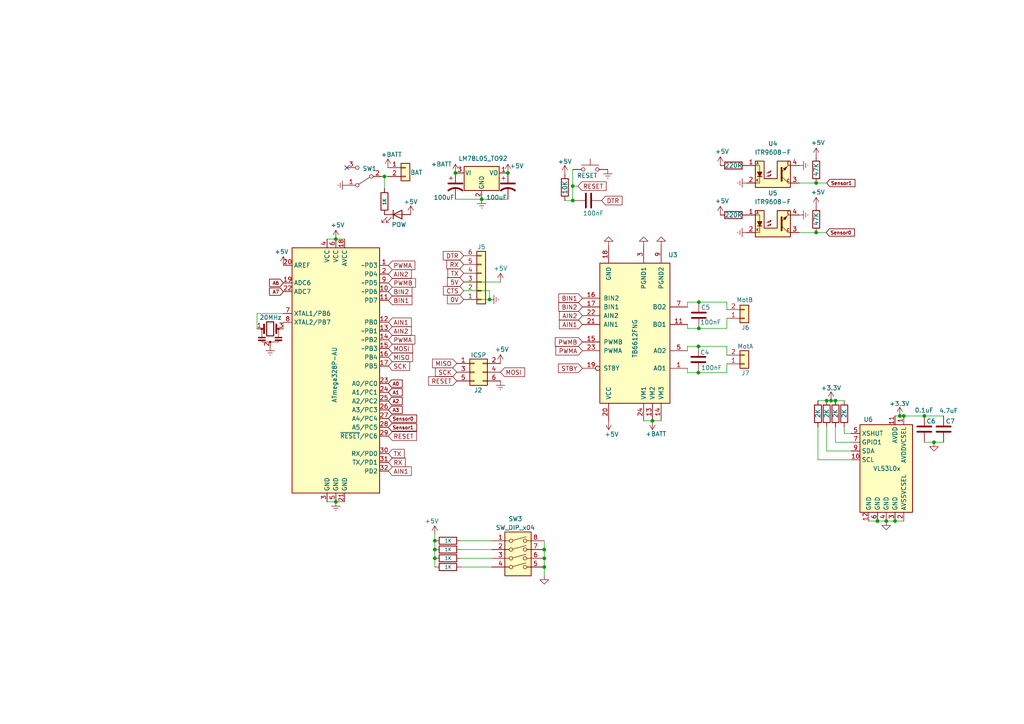
<source format=kicad_sch>
(kicad_sch (version 20230121) (generator eeschema)
  (paper "A4")
  (lib_symbols
    (symbol "ATmega328P-A_1"
      (property "Value" "ATmega328P-AU " (at -0.381 -9.398 90))
      (symbol "ATmega328P-A_1_0_1"
        (rectangle (start -12.7 -35.56) (end 12.7 35.56) (stroke (width 0.254)) (fill (type background)))
      )
      (symbol "ATmega328P-A_1_1_1"
        (pin bidirectional line (at 15.24 30.48 180) (length 2.54) (name "~PD3") (number "1"))
        (pin bidirectional line (at 15.24 22.86 180) (length 2.54) (name "~PD6") (number "10"))
        (pin bidirectional line (at 15.24 20.32 180) (length 2.54) (name "PD7") (number "11"))
        (pin bidirectional line (at 15.24 13.97 180) (length 2.54) (name "PB0") (number "12"))
        (pin bidirectional line (at 15.24 11.43 180) (length 2.54) (name "~PB1") (number "13"))
        (pin bidirectional line (at 15.24 8.89 180) (length 2.54) (name "~PB2") (number "14"))
        (pin bidirectional line (at 15.24 6.35 180) (length 2.54) (name "~PB3") (number "15"))
        (pin bidirectional line (at 15.24 3.81 180) (length 2.54) (name "PB4") (number "16"))
        (pin bidirectional line (at 15.24 1.27 180) (length 2.54) (name "PB5") (number "17"))
        (pin power_in line (at 2.54 38.1 270) (length 2.54) (name "AVCC") (number "18"))
        (pin input line (at -15.24 25.4 0) (length 2.54) (name "ADC6") (number "19"))
        (pin bidirectional line (at 15.24 27.94 180) (length 2.54) (name "PD4") (number "2"))
        (pin passive line (at -15.24 30.48 0) (length 2.54) (name "AREF") (number "20"))
        (pin passive line (at 2.54 -38.1 90) (length 2.54) (name "GND") (number "21"))
        (pin input line (at -15.24 22.86 0) (length 2.54) (name "ADC7") (number "22"))
        (pin bidirectional line (at 15.24 -3.81 180) (length 2.54) (name "A0/PC0") (number "23"))
        (pin bidirectional line (at 15.24 -6.35 180) (length 2.54) (name "A1/PC1") (number "24"))
        (pin bidirectional line (at 15.24 -8.89 180) (length 2.54) (name "A2/PC2") (number "25"))
        (pin bidirectional line (at 15.24 -11.43 180) (length 2.54) (name "A3/PC3") (number "26"))
        (pin bidirectional line (at 15.24 -13.97 180) (length 2.54) (name "A4/PC4") (number "27"))
        (pin bidirectional line (at 15.24 -16.51 180) (length 2.54) (name "A5/PC5") (number "28"))
        (pin bidirectional line (at 15.24 -19.05 180) (length 2.54) (name "~{RESET}/PC6") (number "29"))
        (pin power_in line (at -2.54 -38.1 90) (length 2.54) (name "GND") (number "3"))
        (pin bidirectional line (at 15.24 -24.13 180) (length 2.54) (name "RX/PD0") (number "30"))
        (pin bidirectional line (at 15.24 -26.67 180) (length 2.54) (name "TX/PD1") (number "31"))
        (pin bidirectional line (at 15.24 -29.21 180) (length 2.54) (name "PD2") (number "32"))
        (pin power_in line (at -2.54 38.1 270) (length 2.54) (name "VCC") (number "4"))
        (pin passive line (at 0 -38.1 90) (length 2.54) (name "GND") (number "5"))
        (pin passive line (at 0 38.1 270) (length 2.54) (name "VCC") (number "6"))
        (pin bidirectional line (at -15.24 16.51 0) (length 2.54) (name "XTAL1/PB6") (number "7"))
        (pin bidirectional line (at -15.24 13.97 0) (length 2.54) (name "XTAL2/PB7") (number "8"))
        (pin bidirectional line (at 15.24 25.4 180) (length 2.54) (name "~PD5") (number "9"))
      )
    )
    (symbol "Connector_Generic:Conn_01x02" (pin_names (offset 1.016) hide)
      (property "Reference" "J" (at 0 2.54 0))
      (property "Value" "Conn_01x02" (at 0 -5.08 0))
      (symbol "Conn_01x02_1_1"
        (rectangle (start -1.27 -2.413) (end 0 -2.667) (stroke (width 0.1524)))
        (rectangle (start -1.27 0.127) (end 0 -0.127) (stroke (width 0.1524)))
        (rectangle (start -1.27 1.27) (end 1.27 -3.81) (stroke (width 0.254)) (fill (type background)))
        (pin passive line (at -5.08 0 0) (length 3.81) (name "Pin_1") (number "1"))
        (pin passive line (at -5.08 -2.54 0) (length 3.81) (name "Pin_2") (number "2"))
      )
    )
    (symbol "Connector_Generic:Conn_02x03_Odd_Even" (pin_names (offset 1.016) hide)
      (property "Reference" "J" (at 1.27 5.08 0))
      (property "Value" "Conn_02x03_Odd_Even" (at 1.27 -5.08 0))
      (symbol "Conn_02x03_Odd_Even_1_1"
        (rectangle (start -1.27 -2.413) (end 0 -2.667) (stroke (width 0.1524)))
        (rectangle (start -1.27 0.127) (end 0 -0.127) (stroke (width 0.1524)))
        (rectangle (start -1.27 2.667) (end 0 2.413) (stroke (width 0.1524)))
        (rectangle (start -1.27 3.81) (end 3.81 -3.81) (stroke (width 0.254)) (fill (type background)))
        (rectangle (start 3.81 -2.413) (end 2.54 -2.667) (stroke (width 0.1524)))
        (rectangle (start 3.81 0.127) (end 2.54 -0.127) (stroke (width 0.1524)))
        (rectangle (start 3.81 2.667) (end 2.54 2.413) (stroke (width 0.1524)))
        (pin passive line (at -5.08 2.54 0) (length 3.81) (name "Pin_1") (number "1"))
        (pin passive line (at 7.62 2.54 180) (length 3.81) (name "Pin_2") (number "2"))
        (pin passive line (at -5.08 0 0) (length 3.81) (name "Pin_3") (number "3"))
        (pin passive line (at 7.62 0 180) (length 3.81) (name "Pin_4") (number "4"))
        (pin passive line (at -5.08 -2.54 0) (length 3.81) (name "Pin_5") (number "5"))
        (pin passive line (at 7.62 -2.54 180) (length 3.81) (name "Pin_6") (number "6"))
      )
    )
    (symbol "Connector_Generic_MountingPin:Conn_01x06_MountingPin" (pin_names (offset 1.016) hide)
      (symbol "Conn_01x06_MountingPin_1_1"
        (rectangle (start -1.27 -7.493) (end 0 -7.747) (stroke (width 0.1524)))
        (rectangle (start -1.27 -4.953) (end 0 -5.207) (stroke (width 0.1524)))
        (rectangle (start -1.27 -2.413) (end 0 -2.667) (stroke (width 0.1524)))
        (rectangle (start -1.27 0.127) (end 0 -0.127) (stroke (width 0.1524)))
        (rectangle (start -1.27 2.667) (end 0 2.413) (stroke (width 0.1524)))
        (rectangle (start -1.27 5.207) (end 0 4.953) (stroke (width 0.1524)))
        (rectangle (start -1.27 6.35) (end 1.27 -8.89) (stroke (width 0.254)) (fill (type background)))
        (pin passive line (at -5.08 5.08 0) (length 3.81) (name "Pin_1") (number "1"))
        (pin passive line (at -5.08 2.54 0) (length 3.81) (name "Pin_2") (number "2"))
        (pin passive line (at -5.08 0 0) (length 3.81) (name "Pin_3") (number "3"))
        (pin passive line (at -5.08 -2.54 0) (length 3.81) (name "Pin_4") (number "4"))
        (pin passive line (at -5.08 -5.08 0) (length 3.81) (name "Pin_5") (number "5"))
        (pin passive line (at -5.08 -7.62 0) (length 3.81) (name "Pin_6") (number "6"))
      )
    )
    (symbol "Device:C" (pin_numbers hide) (pin_names (offset 0.254))
      (property "Reference" "C" (at 0.635 2.54 0))
      (property "Value" "C" (at 0.635 -2.54 0))
      (symbol "C_0_1"
        (polyline (pts (xy -2.032 -0.762) (xy 2.032 -0.762)) (stroke (width 0.508)))
        (polyline (pts (xy -2.032 0.762) (xy 2.032 0.762)) (stroke (width 0.508)))
      )
      (symbol "C_1_1"
        (pin passive line (at 0 3.81 270) (length 2.794) (name "~") (number "1"))
        (pin passive line (at 0 -3.81 90) (length 2.794) (name "~") (number "2"))
      )
    )
    (symbol "Device:C_Polarized_US" (pin_numbers hide) (pin_names (offset 0.254) hide)
      (property "Reference" "C" (at 0.635 2.54 0))
      (property "Value" "C_Polarized_US" (at 0.635 -2.54 0))
      (symbol "C_Polarized_US_0_1"
        (polyline (pts (xy -2.032 0.762) (xy 2.032 0.762)) (stroke (width 0.508)))
        (polyline (pts (xy -1.778 2.286) (xy -0.762 2.286)))
        (polyline (pts (xy -1.27 1.778) (xy -1.27 2.794)))
        (arc (start 2.032 -1.27) (mid 0 -0.5572) (end -2.032 -1.27) (stroke (width 0.508)))
      )
      (symbol "C_Polarized_US_1_1"
        (pin passive line (at 0 3.81 270) (length 2.794) (name "~") (number "1"))
        (pin passive line (at 0 -3.81 90) (length 3.302) (name "~") (number "2"))
      )
    )
    (symbol "Device:LED" (pin_numbers hide) (pin_names (offset 1.016) hide)
      (property "Reference" "D" (at 0 2.54 0))
      (property "Value" "LED" (at 0 -2.54 0))
      (symbol "LED_0_1"
        (polyline (pts (xy -1.27 -1.27) (xy -1.27 1.27)) (stroke (width 0.254)))
        (polyline (pts (xy -1.27 0) (xy 1.27 0)))
        (polyline (pts (xy 1.27 -1.27) (xy 1.27 1.27) (xy -1.27 0) (xy 1.27 -1.27)) (stroke (width 0.254)))
        (polyline (pts (xy -3.048 -0.762) (xy -4.572 -2.286) (xy -3.81 -2.286) (xy -4.572 -2.286) (xy -4.572 -1.524)))
        (polyline (pts (xy -1.778 -0.762) (xy -3.302 -2.286) (xy -2.54 -2.286) (xy -3.302 -2.286) (xy -3.302 -1.524)))
      )
      (symbol "LED_1_1"
        (pin passive line (at -3.81 0 0) (length 2.54) (name "K") (number "1"))
        (pin passive line (at 3.81 0 180) (length 2.54) (name "A") (number "2"))
      )
    )
    (symbol "Device:R" (pin_numbers hide) (pin_names (offset 0))
      (property "Reference" "R" (at 2.032 0 90))
      (property "Value" "R" (at 0 0 90))
      (symbol "R_0_1"
        (rectangle (start -1.016 -2.54) (end 1.016 2.54) (stroke (width 0.254)))
      )
      (symbol "R_1_1"
        (pin passive line (at 0 3.81 270) (length 1.27) (name "~") (number "1"))
        (pin passive line (at 0 -3.81 90) (length 1.27) (name "~") (number "2"))
      )
    )
    (symbol "Device:Resonator" (pin_names (offset 1.016) hide)
      (property "Reference" "Y" (at 0 5.715 0))
      (property "Value" "Resonator" (at 0 3.81 0))
      (symbol "Resonator_0_1"
        (rectangle (start -3.429 -3.175) (end -1.397 -3.429) (fill (type outline)))
        (rectangle (start -3.429 -2.413) (end -1.397 -2.667) (fill (type outline)))
        (circle (center -2.413 0) (radius 0.254) (fill (type outline)))
        (rectangle (start -1.016 2.032) (end 1.016 -2.032) (stroke (width 0.3048)))
        (circle (center 0 -3.81) (radius 0.254) (fill (type outline)))
        (polyline (pts (xy -2.413 -2.413) (xy -2.413 0)))
        (polyline (pts (xy -1.905 0) (xy -3.175 0)))
        (polyline (pts (xy -1.778 -1.27) (xy -1.778 1.27)) (stroke (width 0.508)))
        (polyline (pts (xy 1.778 -1.27) (xy 1.778 1.27)) (stroke (width 0.508)))
        (polyline (pts (xy 1.905 0) (xy 2.54 0)))
        (polyline (pts (xy 2.413 0) (xy 2.413 -2.54)))
        (polyline (pts (xy 2.413 -3.302) (xy 2.413 -3.81) (xy -2.413 -3.81) (xy -2.413 -3.302)))
        (rectangle (start 1.397 -3.175) (end 3.429 -3.429) (fill (type outline)))
        (rectangle (start 1.397 -2.413) (end 3.429 -2.667) (fill (type outline)))
        (circle (center 2.413 0) (radius 0.254) (fill (type outline)))
      )
      (symbol "Resonator_1_1"
        (pin passive line (at -3.81 0 0) (length 1.27) (name "1") (number "1"))
        (pin passive line (at 0 -5.08 90) (length 1.27) (name "2") (number "2"))
        (pin passive line (at 3.81 0 180) (length 1.27) (name "3") (number "3"))
      )
    )
    (symbol "Driver_Motor:TB6612FNG" (pin_names (offset 1.016))
      (property "Reference" "U" (at 11.43 17.78 0))
      (property "Value" "TB6612FNG" (at 11.43 15.24 0))
      (symbol "TB6612FNG_0_1"
        (rectangle (start -10.16 20.32) (end 10.16 -20.32) (stroke (width 0.254)) (fill (type background)))
      )
      (symbol "TB6612FNG_1_1"
        (pin output line (at 15.24 10.16 180) (length 5.08) (name "AO1") (number "1"))
        (pin passive line (at 7.62 -25.4 90) (length 5.08) hide (name "PGND2") (number "10"))
        (pin output line (at 15.24 -2.54 180) (length 5.08) (name "BO1") (number "11"))
        (pin passive line (at 15.24 -2.54 180) (length 5.08) hide (name "BO1") (number "12"))
        (pin power_in line (at 5.08 25.4 270) (length 5.08) (name "VM2") (number "13"))
        (pin power_in line (at 7.62 25.4 270) (length 5.08) (name "VM3") (number "14"))
        (pin input line (at -15.24 2.54 0) (length 5.08) (name "PWMB") (number "15"))
        (pin input line (at -15.24 -10.16 0) (length 5.08) (name "BIN2") (number "16"))
        (pin input line (at -15.24 -7.62 0) (length 5.08) (name "BIN1") (number "17"))
        (pin power_in line (at -7.62 -25.4 90) (length 5.08) (name "GND") (number "18"))
        (pin input inverted (at -15.24 10.16 0) (length 5.08) (name "STBY") (number "19"))
        (pin passive line (at 15.24 10.16 180) (length 5.08) hide (name "AO1") (number "2"))
        (pin power_in line (at -7.62 25.4 270) (length 5.08) (name "VCC") (number "20"))
        (pin input line (at -15.24 -2.54 0) (length 5.08) (name "AIN1") (number "21"))
        (pin input line (at -15.24 -5.08 0) (length 5.08) (name "AIN2") (number "22"))
        (pin input line (at -15.24 5.08 0) (length 5.08) (name "PWMA") (number "23"))
        (pin power_in line (at 2.54 25.4 270) (length 5.08) (name "VM1") (number "24"))
        (pin power_in line (at 2.54 -25.4 90) (length 5.08) (name "PGND1") (number "3"))
        (pin passive line (at 2.54 -25.4 90) (length 5.08) hide (name "PGND1") (number "4"))
        (pin output line (at 15.24 5.08 180) (length 5.08) (name "AO2") (number "5"))
        (pin passive line (at 15.24 5.08 180) (length 5.08) hide (name "AO2") (number "6"))
        (pin output line (at 15.24 -7.62 180) (length 5.08) (name "BO2") (number "7"))
        (pin passive line (at 15.24 -7.62 180) (length 5.08) hide (name "BO2") (number "8"))
        (pin power_in line (at 7.62 -25.4 90) (length 5.08) (name "PGND2") (number "9"))
      )
    )
    (symbol "Regulator_Linear:LM78L05_TO92" (pin_names (offset 0.254))
      (property "Reference" "U" (at -3.81 3.175 0))
      (property "Value" "LM78L05_TO92" (at 0 3.175 0))
      (symbol "LM78L05_TO92_0_1"
        (rectangle (start -5.08 -5.08) (end 5.08 1.905) (stroke (width 0.254)) (fill (type background)))
      )
      (symbol "LM78L05_TO92_1_1"
        (pin power_out line (at 7.62 0 180) (length 2.54) (name "VO") (number "1"))
        (pin power_in line (at 0 -7.62 90) (length 2.54) (name "GND") (number "2"))
        (pin power_in line (at -7.62 0 0) (length 2.54) (name "VI") (number "3"))
      )
    )
    (symbol "Sensor_Distance:VL53L1CXV0FY1"
      (property "Reference" "U6" (at 6.35 13.97 0))
      (property "Value" "VL53L0x" (at -3.81 0 0))
      (symbol "VL53L1CXV0FY1_0_1"
        (rectangle (start -7.62 12.7) (end 7.62 -12.7) (stroke (width 0.254)) (fill (type background)))
      )
      (symbol "VL53L1CXV0FY1_1_1"
        (pin power_in line (at 5.08 15.24 270) (length 2.54) (name "AVDDVCSEL") (number "1"))
        (pin input line (at -10.16 2.54 0) (length 2.54) (name "SCL") (number "10"))
        (pin power_in line (at 2.54 15.24 270) (length 2.54) (name "AVDD") (number "11"))
        (pin passive line (at -5.08 -15.24 90) (length 2.54) (name "GND") (number "12"))
        (pin power_in line (at 5.08 -15.24 90) (length 2.54) (name "AVSSVCSEL") (number "2"))
        (pin power_in line (at 2.54 -15.24 90) (length 2.54) (name "GND") (number "3"))
        (pin passive line (at 0 -15.24 90) (length 2.54) (name "GND") (number "4"))
        (pin input line (at -10.16 10.16 0) (length 2.54) (name "XSHUT") (number "5"))
        (pin passive line (at -2.54 -15.24 90) (length 2.54) (name "GND") (number "6"))
        (pin open_collector line (at -10.16 7.62 0) (length 2.54) (name "GPIO1") (number "7"))
        (pin no_connect line (at -10.16 -6.35 0) (length 2.54) hide (name "DNC") (number "8"))
        (pin bidirectional line (at -10.16 5.08 0) (length 2.54) (name "SDA") (number "9"))
      )
    )
    (symbol "Sensor_Proximity:ITR9608-F"
      (property "Reference" "U" (at -5.08 5.08 0))
      (property "Value" "ITR9608-F" (at 0 -5.08 0))
      (symbol "ITR9608-F_0_0"
        (text "A" (at -4.445 3.175 0) (effects (font (size 0.762 0.762))))
        (text "C" (at 4.445 -1.778 0) (effects (font (size 0.762 0.762))))
        (text "E" (at 4.445 3.175 0) (effects (font (size 0.762 0.762))))
        (text "K" (at -4.445 -1.778 0) (effects (font (size 0.762 0.762))))
      )
      (symbol "ITR9608-F_0_1"
        (polyline (pts (xy -4.445 -0.635) (xy -3.175 -0.635)) (stroke (width 0.254)))
        (polyline (pts (xy 2.54 -0.635) (xy 4.445 -2.54)))
        (polyline (pts (xy 4.445 -2.54) (xy 5.08 -2.54)))
        (polyline (pts (xy 4.445 2.54) (xy 2.54 0.635)) (fill (type outline)))
        (polyline (pts (xy 4.445 2.54) (xy 5.08 2.54)))
        (polyline (pts (xy -5.08 -2.54) (xy -3.81 -2.54) (xy -3.81 -0.635)))
        (polyline (pts (xy -5.08 2.54) (xy -3.81 2.54) (xy -3.81 0.635)))
        (polyline (pts (xy 2.54 -1.905) (xy 2.54 1.905) (xy 2.54 1.905)) (stroke (width 0.508)))
        (polyline (pts (xy -3.81 -0.635) (xy -4.445 0.635) (xy -3.175 0.635) (xy -3.81 -0.635)) (stroke (width 0.254)) (fill (type outline)))
        (polyline (pts (xy -1.778 0.254) (xy -1.2446 0.762) (xy -1.2446 0.254) (xy -0.4826 1.016)))
        (polyline (pts (xy -0.4826 1.016) (xy -0.9906 0.762) (xy -0.7366 0.508) (xy -0.4826 1.016)))
        (polyline (pts (xy 3.048 1.651) (xy 3.556 1.143) (xy 4.064 2.159) (xy 3.048 1.651) (xy 3.048 1.651)) (fill (type outline)))
        (polyline (pts (xy -1.778 -0.762) (xy -1.2446 -0.254) (xy -1.2446 -0.762) (xy -0.4826 0) (xy -0.9906 -0.254) (xy -0.7366 -0.508) (xy -0.4826 0)))
        (polyline (pts (xy -5.08 3.81) (xy -5.08 -3.81) (xy 5.08 -3.81) (xy 5.08 3.81) (xy 1.27 3.81) (xy 1.27 -1.27) (xy -2.54 -1.27) (xy -2.54 3.81) (xy -5.08 3.81)) (stroke (width 0.254)) (fill (type background)))
      )
      (symbol "ITR9608-F_1_1"
        (pin passive line (at -7.62 2.54 0) (length 2.54) (name "~") (number "1"))
        (pin passive line (at -7.62 -2.54 0) (length 2.54) (name "~") (number "2"))
        (pin open_collector line (at 7.62 -2.54 180) (length 2.54) (name "~") (number "3"))
        (pin open_emitter line (at 7.62 2.54 180) (length 2.54) (name "~") (number "4"))
      )
    )
    (symbol "Switch:SW_DIP_x04" (pin_names (offset 0) hide)
      (property "Reference" "SW" (at 0 8.89 0))
      (property "Value" "SW_DIP_x04" (at 0 -6.35 0))
      (symbol "SW_DIP_x04_0_0"
        (circle (center -2.032 -2.54) (radius 0.508))
        (circle (center -2.032 0) (radius 0.508))
        (circle (center -2.032 2.54) (radius 0.508))
        (circle (center -2.032 5.08) (radius 0.508))
        (polyline (pts (xy -1.524 -2.3876) (xy 2.3622 -1.3462)))
        (polyline (pts (xy -1.524 0.127) (xy 2.3622 1.1684)))
        (polyline (pts (xy -1.524 2.667) (xy 2.3622 3.7084)))
        (polyline (pts (xy -1.524 5.207) (xy 2.3622 6.2484)))
        (circle (center 2.032 -2.54) (radius 0.508))
        (circle (center 2.032 0) (radius 0.508))
        (circle (center 2.032 2.54) (radius 0.508))
        (circle (center 2.032 5.08) (radius 0.508))
      )
      (symbol "SW_DIP_x04_0_1"
        (rectangle (start -3.81 7.62) (end 3.81 -5.08) (stroke (width 0.254)) (fill (type background)))
      )
      (symbol "SW_DIP_x04_1_1"
        (pin passive line (at -7.62 5.08 0) (length 5.08) (name "~") (number "1"))
        (pin passive line (at -7.62 2.54 0) (length 5.08) (name "~") (number "2"))
        (pin passive line (at -7.62 0 0) (length 5.08) (name "~") (number "3"))
        (pin passive line (at -7.62 -2.54 0) (length 5.08) (name "~") (number "4"))
        (pin passive line (at 7.62 -2.54 180) (length 5.08) (name "~") (number "5"))
        (pin passive line (at 7.62 0 180) (length 5.08) (name "~") (number "6"))
        (pin passive line (at 7.62 2.54 180) (length 5.08) (name "~") (number "7"))
        (pin passive line (at 7.62 5.08 180) (length 5.08) (name "~") (number "8"))
      )
    )
    (symbol "Switch:SW_Push" (pin_numbers hide) (pin_names (offset 1.016) hide)
      (property "Reference" "SW" (at 1.27 2.54 0))
      (property "Value" "SW_Push" (at 0 -1.524 0))
      (symbol "SW_Push_0_1"
        (circle (center -2.032 0) (radius 0.508))
        (polyline (pts (xy 0 1.27) (xy 0 3.048)))
        (polyline (pts (xy 2.54 1.27) (xy -2.54 1.27)))
        (circle (center 2.032 0) (radius 0.508))
        (pin passive line (at -5.08 0 0) (length 2.54) (name "1") (number "1"))
        (pin passive line (at 5.08 0 180) (length 2.54) (name "2") (number "2"))
      )
    )
    (symbol "Switch:SW_SPDT" (pin_names (offset 0) hide)
      (property "Reference" "SW" (at 0 4.318 0))
      (property "Value" "SW_SPDT" (at 0 -5.08 0))
      (symbol "SW_SPDT_0_0"
        (circle (center -2.032 0) (radius 0.508))
        (circle (center 2.032 -2.54) (radius 0.508))
      )
      (symbol "SW_SPDT_0_1"
        (polyline (pts (xy -1.524 0.254) (xy 1.651 2.286)))
        (circle (center 2.032 2.54) (radius 0.508))
      )
      (symbol "SW_SPDT_1_1"
        (pin passive line (at 5.08 2.54 180) (length 2.54) (name "A") (number "1"))
        (pin passive line (at -5.08 0 0) (length 2.54) (name "B") (number "2"))
        (pin passive line (at 5.08 -2.54 180) (length 2.54) (name "C") (number "3"))
      )
    )
    (symbol "power:+3.3V" (power) (pin_names (offset 0))
      (property "Value" "+3.3V" (at 0 3.556 0))
      (symbol "+3.3V_0_1"
        (polyline (pts (xy -0.762 1.27) (xy 0 2.54)))
        (polyline (pts (xy 0 0) (xy 0 2.54)))
        (polyline (pts (xy 0 2.54) (xy 0.762 1.27)))
      )
      (symbol "+3.3V_1_1"
        (pin power_in line (at 0 0 90) (length 0) hide (name "+3.3V") (number "1"))
      )
    )
    (symbol "power:+5V" (power) (pin_names (offset 0))
      (property "Value" "+5V" (at 0 3.556 0))
      (symbol "+5V_0_1"
        (polyline (pts (xy -0.762 1.27) (xy 0 2.54)))
        (polyline (pts (xy 0 0) (xy 0 2.54)))
        (polyline (pts (xy 0 2.54) (xy 0.762 1.27)))
      )
      (symbol "+5V_1_1"
        (pin power_in line (at 0 0 90) (length 0) hide (name "+5V") (number "1"))
      )
    )
    (symbol "power:+BATT" (power) (pin_names (offset 0))
      (property "Value" "+BATT" (at 0 3.556 0))
      (symbol "+BATT_0_1"
        (polyline (pts (xy -0.762 1.27) (xy 0 2.54)))
        (polyline (pts (xy 0 0) (xy 0 2.54)))
        (polyline (pts (xy 0 2.54) (xy 0.762 1.27)))
      )
      (symbol "+BATT_1_1"
        (pin power_in line (at 0 0 90) (length 0) hide (name "+BATT") (number "1"))
      )
    )
    (symbol "power:Earth" (power) (pin_names (offset 0))
      (symbol "Earth_0_1"
        (polyline (pts (xy -0.635 -1.905) (xy 0.635 -1.905)))
        (polyline (pts (xy -0.127 -2.54) (xy 0.127 -2.54)))
        (polyline (pts (xy 0 -1.27) (xy 0 0)))
        (polyline (pts (xy 1.27 -1.27) (xy -1.27 -1.27)))
      )
      (symbol "Earth_1_1"
        (pin power_in line (at 0 0 270) (length 0) hide (name "Earth") (number "1"))
      )
    )
    (symbol "power:GND" (power) (pin_names (offset 0))
      (property "Value" "GND" (at 0 -3.81 0))
      (symbol "GND_0_1"
        (polyline (pts (xy 0 0) (xy 0 -1.27) (xy 1.27 -1.27) (xy 0 -2.54) (xy -1.27 -1.27) (xy 0 -1.27)))
      )
      (symbol "GND_1_1"
        (pin power_in line (at 0 0 270) (length 0) hide (name "GND") (number "1"))
      )
    )
  )
  (junction (at 166.116 58.166))
  (junction (at 236.728 53.086))
  (junction (at 111.506 51.181))
  (junction (at 202.565 108.077))
  (junction (at 239.776 116.205))
  (junction (at 157.861 159.385))
  (junction (at 141.986 86.868))
  (junction (at 147.32 50.165))
  (junction (at 257.048 151.13))
  (junction (at 126.111 156.845))
  (junction (at 189.23 122.047))
  (junction (at 166.116 53.975))
  (junction (at 254.508 151.13))
  (junction (at 260.985 120.65))
  (junction (at 97.409 145.542))
  (junction (at 236.728 67.437))
  (junction (at 132.08 50.165))
  (junction (at 202.692 87.63))
  (junction (at 270.891 128.27))
  (junction (at 268.097 120.65))
  (junction (at 126.111 159.385))
  (junction (at 202.565 100.457))
  (junction (at 259.588 151.13))
  (junction (at 126.111 161.925))
  (junction (at 202.692 95.25))
  (junction (at 157.861 164.465))
  (junction (at 97.409 69.342))
  (junction (at 241.046 116.205))
  (junction (at 157.861 161.925))
  (junction (at 262.128 120.65))
  (junction (at 139.7 57.785))
  (junction (at 242.316 116.205))
  (no_connect (at 100.584 48.641))
  (wire (pts (xy 202.692 95.25) (xy 210.82 95.25)))
  (wire (pts (xy 202.692 87.63) (xy 210.82 87.63)))
  (wire (pts (xy 241.046 116.205) (xy 242.316 116.205)))
  (wire (pts (xy 133.731 156.845) (xy 142.621 156.845)))
  (wire (pts (xy 270.891 128.27) (xy 273.685 128.27)))
  (wire (pts (xy 126.111 159.385) (xy 126.111 161.925)))
  (wire (pts (xy 242.316 128.27) (xy 246.888 128.27)))
  (wire (pts (xy 141.986 86.868) (xy 141.986 84.328)))
  (wire (pts (xy 111.506 54.61) (xy 111.506 51.181)))
  (wire (pts (xy 74.549 95.377) (xy 74.549 90.932)))
  (wire (pts (xy 239.776 130.81) (xy 246.888 130.81)))
  (wire (pts (xy 254.508 151.13) (xy 257.048 151.13)))
  (wire (pts (xy 141.986 86.868) (xy 134.493 86.868)))
  (wire (pts (xy 199.39 108.077) (xy 202.565 108.077)))
  (wire (pts (xy 157.861 166.878) (xy 157.861 164.465)))
  (wire (pts (xy 239.776 123.825) (xy 239.776 130.81)))
  (wire (pts (xy 210.82 102.997) (xy 210.82 100.457)))
  (wire (pts (xy 244.856 125.73) (xy 246.888 125.73)))
  (wire (pts (xy 133.731 161.925) (xy 142.621 161.925)))
  (wire (pts (xy 141.986 84.328) (xy 134.493 84.328)))
  (wire (pts (xy 126.111 161.925) (xy 126.111 164.465)))
  (wire (pts (xy 210.82 108.077) (xy 202.565 108.077)))
  (wire (pts (xy 166.878 58.166) (xy 166.116 58.166)))
  (wire (pts (xy 210.82 100.457) (xy 202.565 100.457)))
  (wire (pts (xy 262.128 120.65) (xy 268.097 120.65)))
  (wire (pts (xy 199.39 100.457) (xy 202.565 100.457)))
  (wire (pts (xy 126.111 156.845) (xy 126.111 159.385)))
  (wire (pts (xy 97.409 69.342) (xy 99.949 69.342)))
  (wire (pts (xy 157.861 156.845) (xy 157.861 159.385)))
  (wire (pts (xy 199.39 87.63) (xy 202.692 87.63)))
  (wire (pts (xy 236.728 53.086) (xy 231.775 53.086)))
  (wire (pts (xy 126.111 155.067) (xy 126.111 156.845)))
  (wire (pts (xy 186.69 122.047) (xy 189.23 122.047)))
  (wire (pts (xy 82.169 95.377) (xy 82.169 93.472)))
  (wire (pts (xy 94.869 145.542) (xy 97.409 145.542)))
  (wire (pts (xy 244.856 123.825) (xy 244.856 125.73)))
  (wire (pts (xy 133.731 159.385) (xy 142.621 159.385)))
  (wire (pts (xy 268.097 128.27) (xy 270.891 128.27)))
  (wire (pts (xy 242.316 116.205) (xy 244.856 116.205)))
  (wire (pts (xy 110.744 51.181) (xy 111.506 51.181)))
  (wire (pts (xy 199.39 89.027) (xy 199.39 87.63)))
  (wire (pts (xy 157.861 159.385) (xy 157.861 161.925)))
  (wire (pts (xy 237.236 133.35) (xy 237.236 123.825)))
  (wire (pts (xy 166.116 53.975) (xy 166.116 58.166)))
  (wire (pts (xy 132.08 57.785) (xy 139.7 57.785)))
  (wire (pts (xy 242.316 123.825) (xy 242.316 128.27)))
  (wire (pts (xy 199.39 106.807) (xy 199.39 108.077)))
  (wire (pts (xy 97.409 145.542) (xy 99.949 145.542)))
  (wire (pts (xy 236.728 67.437) (xy 239.649 67.437)))
  (wire (pts (xy 94.869 69.342) (xy 97.409 69.342)))
  (wire (pts (xy 139.7 57.785) (xy 147.32 57.785)))
  (wire (pts (xy 199.39 95.25) (xy 202.692 95.25)))
  (wire (pts (xy 145.161 81.788) (xy 134.493 81.788)))
  (wire (pts (xy 259.588 120.65) (xy 260.985 120.65)))
  (wire (pts (xy 199.39 101.727) (xy 199.39 100.457)))
  (wire (pts (xy 210.82 89.789) (xy 210.82 87.63)))
  (wire (pts (xy 210.82 92.329) (xy 210.82 95.25)))
  (wire (pts (xy 74.549 90.932) (xy 82.169 90.932)))
  (wire (pts (xy 236.728 67.437) (xy 231.775 67.437)))
  (wire (pts (xy 167.64 53.975) (xy 166.116 53.975)))
  (wire (pts (xy 189.23 122.047) (xy 191.77 122.047)))
  (wire (pts (xy 268.097 120.65) (xy 273.685 120.65)))
  (wire (pts (xy 163.83 58.166) (xy 166.116 58.166)))
  (wire (pts (xy 239.776 116.205) (xy 241.046 116.205)))
  (wire (pts (xy 111.506 51.181) (xy 112.522 51.181)))
  (wire (pts (xy 259.588 151.13) (xy 262.128 151.13)))
  (wire (pts (xy 199.39 94.107) (xy 199.39 95.25)))
  (wire (pts (xy 157.861 161.925) (xy 157.861 164.465)))
  (wire (pts (xy 210.82 105.537) (xy 210.82 108.077)))
  (wire (pts (xy 239.776 53.086) (xy 236.728 53.086)))
  (wire (pts (xy 166.116 49.149) (xy 166.116 53.975)))
  (wire (pts (xy 257.048 151.13) (xy 259.588 151.13)))
  (wire (pts (xy 246.888 133.35) (xy 237.236 133.35)))
  (wire (pts (xy 133.731 164.465) (xy 142.621 164.465)))
  (wire (pts (xy 260.985 120.65) (xy 262.128 120.65)))
  (wire (pts (xy 237.236 116.205) (xy 239.776 116.205)))
  (wire (pts (xy 251.968 151.13) (xy 254.508 151.13)))
  (global_label "RESET" (shape input) (at 167.64 53.975 0) (property "Intersheetrefs" "${INTERSHEET_REFS}" (effects hide)))
  (global_label "PWMA" (shape input) (at 112.649 76.962 0) (property "Intersheetrefs" "${INTERSHEET_REFS}" (effects hide)))
  (global_label "BIN1" (shape input) (at 168.91 86.487 180) (property "Intersheetrefs" "${INTERSHEET_REFS}" (effects hide)))
  (global_label "A7" (shape input) (at 82.169 84.582 180) (effects (font (size 1 1) (thickness 0.2) bold)) (property "Intersheetrefs" "${INTERSHEET_REFS}" (effects hide)))
  (global_label "AIN1" (shape input) (at 168.91 94.107 180) (property "Intersheetrefs" "${INTERSHEET_REFS}" (effects hide)))
  (global_label "BIN2" (shape input) (at 112.649 84.582 0) (property "Intersheetrefs" "${INTERSHEET_REFS}" (effects hide)))
  (global_label "Sensor0" (shape input) (at 239.649 67.437 0) (effects (font (size 1 1) (thickness 0.2) bold)) (property "Intersheetrefs" "${INTERSHEET_REFS}" (effects hide)))
  (global_label "BIN2" (shape input) (at 168.91 89.027 180) (property "Intersheetrefs" "${INTERSHEET_REFS}" (effects hide)))
  (global_label "STBY" (shape input) (at 168.91 106.807 180) (property "Intersheetrefs" "${INTERSHEET_REFS}" (effects hide)))
  (global_label "PWMB" (shape input) (at 112.649 82.042 0) (property "Intersheetrefs" "${INTERSHEET_REFS}" (effects hide)))
  (global_label "SCK" (shape input) (at 132.461 107.95 180) (property "Intersheetrefs" "${INTERSHEET_REFS}" (effects hide)))
  (global_label "MOSI" (shape input) (at 112.649 101.092 0) (property "Intersheetrefs" "${INTERSHEET_REFS}" (effects hide)))
  (global_label "A6" (shape input) (at 82.169 82.042 180) (effects (font (size 1 1) (thickness 0.2) bold)) (property "Intersheetrefs" "${INTERSHEET_REFS}" (effects hide)))
  (global_label "RX" (shape input) (at 112.649 134.112 0) (property "Intersheetrefs" "${INTERSHEET_REFS}" (effects hide)))
  (global_label "TX" (shape input) (at 134.493 79.248 180) (property "Intersheetrefs" "${INTERSHEET_REFS}" (effects hide)))
  (global_label "5V" (shape input) (at 134.493 81.788 180) (property "Intersheetrefs" "${INTERSHEET_REFS}" (effects hide)))
  (global_label "Sensor1" (shape input) (at 239.776 53.086 0) (effects (font (size 1 1) (thickness 0.2) bold)) (property "Intersheetrefs" "${INTERSHEET_REFS}" (effects hide)))
  (global_label "0V" (shape input) (at 134.493 86.868 180) (property "Intersheetrefs" "${INTERSHEET_REFS}" (effects hide)))
  (global_label "BIN1" (shape input) (at 112.649 87.122 0) (property "Intersheetrefs" "${INTERSHEET_REFS}" (effects hide)))
  (global_label "RESET" (shape input) (at 112.649 126.492 0) (property "Intersheetrefs" "${INTERSHEET_REFS}" (effects hide)))
  (global_label "AIN2" (shape input) (at 112.649 96.012 0) (property "Intersheetrefs" "${INTERSHEET_REFS}" (effects hide)))
  (global_label "RESET" (shape input) (at 132.461 110.49 180) (property "Intersheetrefs" "${INTERSHEET_REFS}" (effects hide)))
  (global_label "AIN1" (shape input) (at 112.649 93.472 0) (property "Intersheetrefs" "${INTERSHEET_REFS}" (effects hide)))
  (global_label "CTS" (shape input) (at 134.493 84.328 180) (property "Intersheetrefs" "${INTERSHEET_REFS}" (effects hide)))
  (global_label "DTR" (shape input) (at 134.493 74.168 180) (property "Intersheetrefs" "${INTERSHEET_REFS}" (effects hide)))
  (global_label "MISO" (shape input) (at 112.649 103.632 0) (property "Intersheetrefs" "${INTERSHEET_REFS}" (effects hide)))
  (global_label "A1" (shape input) (at 112.649 113.792 0) (effects (font (size 1 1) (thickness 0.2) bold)) (property "Intersheetrefs" "${INTERSHEET_REFS}" (effects hide)))
  (global_label "MOSI" (shape input) (at 145.161 107.95 0) (property "Intersheetrefs" "${INTERSHEET_REFS}" (effects hide)))
  (global_label "RX" (shape input) (at 134.493 76.708 180) (property "Intersheetrefs" "${INTERSHEET_REFS}" (effects hide)))
  (global_label "MISO" (shape input) (at 132.461 105.41 180) (property "Intersheetrefs" "${INTERSHEET_REFS}" (effects hide)))
  (global_label "A3" (shape input) (at 112.649 118.872 0) (effects (font (size 1 1) (thickness 0.2) bold)) (property "Intersheetrefs" "${INTERSHEET_REFS}" (effects hide)))
  (global_label "AIN2" (shape input) (at 168.91 91.567 180) (property "Intersheetrefs" "${INTERSHEET_REFS}" (effects hide)))
  (global_label "PWMB" (shape input) (at 168.91 99.187 180) (property "Intersheetrefs" "${INTERSHEET_REFS}" (effects hide)))
  (global_label "TX" (shape input) (at 112.649 131.572 0) (property "Intersheetrefs" "${INTERSHEET_REFS}" (effects hide)))
  (global_label "AIN1" (shape input) (at 112.649 136.652 0) (property "Intersheetrefs" "${INTERSHEET_REFS}" (effects hide)))
  (global_label "A2" (shape input) (at 112.649 116.332 0) (effects (font (size 1 1) (thickness 0.2) bold)) (property "Intersheetrefs" "${INTERSHEET_REFS}" (effects hide)))
  (global_label "DTR" (shape input) (at 174.498 58.166 0) (property "Intersheetrefs" "${INTERSHEET_REFS}" (effects hide)))
  (global_label "A0" (shape input) (at 112.649 111.252 0) (effects (font (size 1 1) (thickness 0.2) bold)) (property "Intersheetrefs" "${INTERSHEET_REFS}" (effects hide)))
  (global_label "SCK" (shape input) (at 112.649 106.172 0) (property "Intersheetrefs" "${INTERSHEET_REFS}" (effects hide)))
  (global_label "Sensor0" (shape input) (at 112.649 121.412 0) (effects (font (size 1 1) (thickness 0.2) bold)) (property "Intersheetrefs" "${INTERSHEET_REFS}" (effects hide)))
  (global_label "AIN2" (shape input) (at 112.649 79.502 0) (property "Intersheetrefs" "${INTERSHEET_REFS}" (effects hide)))
  (global_label "PWMA" (shape input) (at 112.649 98.552 0) (property "Intersheetrefs" "${INTERSHEET_REFS}" (effects hide)))
  (global_label "PWMA" (shape input) (at 168.91 101.727 180) (property "Intersheetrefs" "${INTERSHEET_REFS}" (effects hide)))
  (global_label "Sensor1" (shape input) (at 112.649 123.952 0) (effects (font (size 1 1) (thickness 0.2) bold)) (property "Intersheetrefs" "${INTERSHEET_REFS}" (effects hide)))
  (symbol (lib_id "power:Earth") (at 139.7 57.785 0) (unit 1)
    (property "Reference" "#PWR011" (effects hide))
    (property "Value" "Earth" (effects hide))
  )
  (symbol (lib_id "Connector_Generic:Conn_01x02") (at 117.602 48.641 0) (unit 1)
    (property "Reference" "J1" (effects hide))
    (property "Value" "BAT" (at 118.999 50.038 0) (effects (justify left)))
    (property "Footprint" "Connector_PinHeader_2.54mm:PinHeader_1x02_P2.54mm_Vertical" (effects hide))
  )
  (symbol (lib_id "power:+5V") (at 236.728 45.466 0) (unit 1)
    (property "Reference" "#PWR025" (effects hide))
    (property "Value" "+5V" (at 237.236 41.402 0))
  )
  (symbol (lib_id "Device:C") (at 202.692 91.44 180) (unit 1)
    (property "Reference" "C5" (at 205.994 89.154 0) (effects (justify left)))
    (property "Value" "100nF" (at 209.169 93.472 0) (effects (justify left)))
    (property "Footprint" "Capacitor_SMD:C_1206_3216Metric_Pad1.33x1.80mm_HandSolder" (effects hide))
  )
  (symbol (lib_id "Device:C") (at 273.685 124.46 180) (unit 1)
    (property "Reference" "C7" (at 276.987 122.174 0) (effects (justify left)))
    (property "Value" "4.7uF" (at 277.876 119.126 0) (effects (justify left)))
    (property "Footprint" "Capacitor_SMD:C_1206_3216Metric_Pad1.33x1.80mm_HandSolder" (effects hide))
  )
  (symbol (lib_id "power:+5V") (at 126.111 155.067 0) (mirror y) (unit 1)
    (property "Reference" "#PWR029" (effects hide))
    (property "Value" "+5V" (at 125.222 151.13 0))
  )
  (symbol (lib_id "Device:R") (at 242.316 120.015 0) (unit 1)
    (property "Reference" "R12" (effects hide))
    (property "Value" "2K" (at 242.316 121.285 90) (effects (justify left)))
    (property "Footprint" "Resistor_SMD:R_1206_3216Metric" (effects hide))
  )
  (symbol (lib_id "power:+BATT") (at 112.522 48.641 0) (unit 1)
    (property "Reference" "#PWR06" (effects hide))
    (property "Value" "+BATT" (at 113.538 44.831 0))
  )
  (symbol (lib_id "power:+5V") (at 97.409 69.342 0) (unit 1)
    (property "Reference" "#PWR03" (effects hide))
    (property "Value" "+5V" (at 97.917 65.278 0))
  )
  (symbol (lib_id "Device:LED") (at 115.316 62.23 0) (unit 1)
    (property "Reference" "D1" (effects hide))
    (property "Value" "POW" (at 117.856 65.151 0) (effects (justify right)))
  )
  (symbol (lib_id "Sensor_Proximity:ITR9608-F") (at 224.155 50.546 0) (unit 1)
    (property "Reference" "U4" (at 224.155 41.656 0))
    (property "Value" "ITR9608-F" (at 224.155 44.196 0))
    (property "Footprint" "OptoDevice:Everlight_ITR9608-F" (effects hide))
    (property "Datasheet" "https://everlighteurope.com/index.php?controller=attachment&id_attachment=5389" (effects hide))
  )
  (symbol (lib_id "Device:R") (at 111.506 58.42 0) (unit 1)
    (property "Reference" "R1" (effects hide))
    (property "Value" "1K" (at 111.506 59.563 90) (effects (font (size 1 1)) (justify left)))
    (property "Footprint" "Resistor_SMD:R_1206_3216Metric" (effects hide))
  )
  (symbol (lib_id "Connector_Generic_MountingPin:Conn_01x06_MountingPin") (at 139.573 81.788 0) (mirror x) (unit 1)
    (property "Reference" "J5" (at 138.43 71.628 0) (effects (justify left)))
    (property "Value" "Conn_01x06_MountingPin" (effects hide))
  )
  (symbol (lib_id "Device:R") (at 237.236 120.015 0) (unit 1)
    (property "Reference" "R14" (effects hide))
    (property "Value" "2K" (at 237.236 121.285 90) (effects (justify left)))
    (property "Footprint" "Resistor_SMD:R_1206_3216Metric" (effects hide))
  )
  (symbol (lib_id "Device:R") (at 129.921 159.385 90) (unit 1)
    (property "Reference" "R8" (effects hide))
    (property "Value" "1K" (at 131.064 159.385 90) (effects (font (size 1 1)) (justify left)))
    (property "Footprint" "Resistor_SMD:R_1206_3216Metric" (effects hide))
  )
  (symbol (lib_id "power:+3.3V") (at 241.046 116.205 0) (unit 1)
    (property "Reference" "#PWR034" (effects hide))
    (property "Value" "+3.3V" (at 241.046 112.522 0))
  )
  (symbol (lib_id "power:GND") (at 270.891 128.27 0) (mirror y) (unit 1)
    (property "Reference" "#PWR035" (effects hide))
    (property "Value" "GND" (effects hide))
  )
  (symbol (lib_id "power:Earth") (at 216.535 53.086 270) (unit 1)
    (property "Reference" "#PWR09" (effects hide))
    (property "Value" "Earth" (effects hide))
  )
  (symbol (lib_id "power:Earth") (at 231.775 62.357 90) (unit 1)
    (property "Reference" "#PWR028" (effects hide))
    (property "Value" "Earth" (effects hide))
  )
  (symbol (lib_id "power:+5V") (at 145.161 81.788 0) (mirror y) (unit 1)
    (property "Reference" "#PWR013" (effects hide))
    (property "Value" "+5V" (at 145.161 77.851 0))
  )
  (symbol (lib_id "power:GND") (at 257.048 151.13 0) (mirror y) (unit 1)
    (property "Reference" "#PWR032" (effects hide))
    (property "Value" "GND" (effects hide))
  )
  (symbol (lib_id "Device:Resonator") (at 78.359 95.377 0) (unit 1)
    (property "Reference" "Y1" (effects hide))
    (property "Value" "20MHz" (at 78.486 92.075 0))
    (property "Footprint" "Crystal:Resonator_SMD_Murata_CSTxExxV-3Pin_3.0x1.1mm" (effects hide))
  )
  (symbol (lib_id "Connector_Generic:Conn_01x02") (at 215.9 105.537 0) (mirror x) (unit 1)
    (property "Reference" "J7" (at 215.011 108.204 0) (effects (justify left)))
    (property "Value" "MotA" (at 213.868 100.457 0) (effects (justify left)))
    (property "Footprint" "Connector_PinHeader_2.54mm:PinHeader_1x02_P2.54mm_Horizontal" (effects hide))
  )
  (symbol (lib_id "Device:R") (at 212.725 62.357 270) (unit 1)
    (property "Reference" "R5" (effects hide))
    (property "Value" "220R" (at 212.725 62.357 90))
    (property "Footprint" "Resistor_SMD:R_1206_3216Metric" (effects hide))
  )
  (symbol (lib_id "power:Earth") (at 176.276 49.149 0) (mirror y) (unit 1)
    (property "Reference" "#PWR018" (effects hide))
    (property "Value" "Earth" (effects hide))
  )
  (symbol (lib_id "power:+BATT") (at 132.08 50.165 0) (unit 1)
    (property "Reference" "#PWR08" (effects hide))
    (property "Value" "+BATT" (at 128.016 47.625 0))
  )
  (symbol (lib_id "power:+5V") (at 82.169 76.962 0) (unit 1)
    (property "Reference" "#PWR02" (effects hide))
    (property "Value" "+5V" (at 81.661 73.025 0))
  )
  (symbol (lib_id "power:+5V") (at 163.83 50.546 0) (mirror y) (unit 1)
    (property "Reference" "#PWR017" (effects hide))
    (property "Value" "+5V" (at 163.83 46.863 0))
  )
  (symbol (lib_id "Device:R") (at 129.921 156.845 90) (unit 1)
    (property "Reference" "R7" (effects hide))
    (property "Value" "1K" (at 131.064 156.845 90) (effects (font (size 1 1)) (justify left)))
    (property "Footprint" "Resistor_SMD:R_1206_3216Metric" (effects hide))
  )
  (symbol (lib_id "power:GND") (at 176.53 71.247 0) (mirror x) (unit 1)
    (property "Reference" "#PWR019" (effects hide))
    (property "Value" "GND" (effects hide))
  )
  (symbol (lib_id "power:Earth") (at 141.986 86.868 90) (mirror x) (unit 1)
    (property "Reference" "#PWR012" (effects hide))
    (property "Value" "Earth" (effects hide))
  )
  (symbol (lib_id "Device:R") (at 244.856 120.015 0) (unit 1)
    (property "Reference" "R11" (effects hide))
    (property "Value" "2K" (at 244.856 121.285 90) (effects (justify left)))
    (property "Footprint" "Resistor_SMD:R_1206_3216Metric" (effects hide))
  )
  (symbol (lib_id "power:Earth") (at 97.409 145.542 0) (unit 1)
    (property "Reference" "#PWR04" (effects hide))
    (property "Value" "Earth" (effects hide))
  )
  (symbol (lib_id "power:Earth") (at 145.161 110.49 0) (unit 1)
    (property "Reference" "#PWR015" (effects hide))
    (property "Value" "Earth" (effects hide))
  )
  (symbol (lib_id "Device:C_Polarized_US") (at 147.32 53.975 0) (unit 1)
    (property "Reference" "C2" (effects hide))
    (property "Value" "100uF" (at 144.018 57.277 0))
    (property "Footprint" "Capacitor_SMD:C_1210_3225Metric_Pad1.33x2.70mm_HandSolder" (effects hide))
  )
  (symbol (lib_id "power:+BATT") (at 189.23 122.047 0) (mirror x) (unit 1)
    (property "Reference" "#PWR022" (effects hide))
    (property "Value" "+BATT" (at 190.246 125.857 0))
  )
  (symbol (lib_id "power:Earth") (at 100.584 53.721 270) (unit 1)
    (property "Reference" "#PWR05" (effects hide))
    (property "Value" "Earth" (effects hide))
  )
  (symbol (lib_id "Device:C_Polarized_US") (at 132.08 53.975 0) (unit 1)
    (property "Reference" "C1" (effects hide))
    (property "Value" "100uF" (at 128.778 57.277 0))
    (property "Footprint" "Capacitor_SMD:C_1210_3225Metric_Pad1.33x2.70mm_HandSolder" (effects hide))
  )
  (symbol (lib_id "Device:R") (at 236.728 49.276 0) (unit 1)
    (property "Reference" "R4" (effects hide))
    (property "Value" "47K" (at 236.728 51.181 90) (effects (justify left)))
    (property "Footprint" "Resistor_SMD:R_1206_3216Metric" (effects hide))
  )
  (symbol (lib_id "Device:R") (at 239.776 120.015 0) (unit 1)
    (property "Reference" "R13" (effects hide))
    (property "Value" "2K" (at 239.776 121.285 90) (effects (justify left)))
    (property "Footprint" "Resistor_SMD:R_1206_3216Metric" (effects hide))
  )
  (symbol (lib_id "Connector_Generic:Conn_01x02") (at 215.9 92.329 0) (mirror x) (unit 1)
    (property "Reference" "J6" (at 215.011 94.996 0) (effects (justify left)))
    (property "Value" "MotB" (at 213.614 86.995 0) (effects (justify left)))
    (property "Footprint" "Connector_PinHeader_2.54mm:PinHeader_1x02_P2.54mm_Horizontal" (effects hide))
  )
  (symbol (lib_id "power:+5V") (at 176.53 122.047 0) (mirror x) (unit 1)
    (property "Reference" "#PWR020" (effects hide))
    (property "Value" "+5V" (at 177.419 125.984 0))
  )
  (symbol (lib_id "Device:C") (at 202.565 104.267 0) (unit 1)
    (property "Reference" "C4" (at 203.073 102.235 0) (effects (justify left)))
    (property "Value" "100nF" (at 203.327 106.68 0) (effects (justify left)))
    (property "Footprint" "Capacitor_SMD:C_1206_3216Metric_Pad1.33x1.80mm_HandSolder" (effects hide))
  )
  (symbol (lib_id "Device:R") (at 163.83 54.356 180) (unit 1)
    (property "Reference" "R2" (effects hide))
    (property "Value" "10K" (at 163.83 52.451 90) (effects (justify left)))
    (property "Footprint" "Resistor_SMD:R_1206_3216Metric" (effects hide))
  )
  (symbol (lib_id "Sensor_Proximity:ITR9608-F") (at 224.155 64.897 0) (unit 1)
    (property "Reference" "U5" (at 224.155 56.007 0))
    (property "Value" "ITR9608-F" (at 224.155 58.547 0))
    (property "Footprint" "OptoDevice:Everlight_ITR9608-F" (effects hide))
    (property "Datasheet" "https://everlighteurope.com/index.php?controller=attachment&id_attachment=5389" (effects hide))
  )
  (symbol (lib_name "ATmega328P-A_1") (lib_id "MCU_Microchip_ATmega:ATmega328P-A") (at 97.409 107.442 0) (unit 1)
    (property "Reference" "U1" (effects hide))
    (property "Value" "ATmega328P-AU " (at 97.028 116.84 90) (effects (justify left)))
    (property "Footprint" "Package_QFP:TQFP-32_7x7mm_P0.8mm" (effects hide))
    (property "Datasheet" "http://ww1.microchip.com/downloads/en/DeviceDoc/ATmega328_P%20AVR%20MCU%20with%20picoPower%20Technology%20Data%20Sheet%2040001984A.pdf" (effects hide))
  )
  (symbol (lib_id "Sensor_Distance:VL53L1CXV0FY1") (at 257.048 135.89 0) (unit 1)
    (property "Reference" "U6" (at 250.444 121.666 0) (effects (justify left)))
    (property "Value" "VL53L0x" (at 253.238 135.89 0) (effects (justify left)))
    (property "Footprint" "Sensor_Distance:ST_VL53L1x" (effects hide))
    (property "Datasheet" "https://www.st.com/resource/en/datasheet/vl53l1x.pdf" (effects hide))
  )
  (symbol (lib_id "Switch:SW_Push") (at 171.196 49.149 0) (mirror y) (unit 1)
    (property "Reference" "SW2" (effects hide))
    (property "Value" "RESET" (at 170.307 50.927 0))
  )
  (symbol (lib_id "Driver_Motor:TB6612FNG") (at 184.15 96.647 0) (mirror x) (unit 1) (on_board no)
    (property "Reference" "U3" (at 193.7894 73.914 0) (effects (justify left)))
    (property "Value" "TB6612FNG" (at 184.15 92.583 90) (effects (font (size 1.3 1.3)) (justify left)))
    (property "Footprint" "Package_SO:SSOP-24_5.3x8.2mm_P0.65mm" (effects hide))
    (property "Datasheet" "https://toshiba.semicon-storage.com/us/product/linear/motordriver/detail.TB6612FNG.html" (effects hide))
  )
  (symbol (lib_id "Device:C") (at 268.097 124.46 180) (unit 1)
    (property "Reference" "C6" (at 271.399 122.174 0) (effects (justify left)))
    (property "Value" "0.1uF" (at 270.764 118.999 0) (effects (justify left)))
    (property "Footprint" "Capacitor_SMD:C_1206_3216Metric_Pad1.33x1.80mm_HandSolder" (effects hide))
  )
  (symbol (lib_id "Switch:SW_SPDT") (at 105.664 51.181 180) (unit 1)
    (property "Reference" "SW1" (at 107.188 48.895 0))
    (property "Value" "SW_SPDT" (effects hide))
  )
  (symbol (lib_id "power:GND") (at 186.69 71.247 0) (mirror x) (unit 1)
    (property "Reference" "#PWR021" (effects hide))
    (property "Value" "GND" (effects hide))
  )
  (symbol (lib_id "Device:R") (at 129.921 161.925 90) (unit 1)
    (property "Reference" "R9" (effects hide))
    (property "Value" "1K" (at 131.064 161.925 90) (effects (font (size 1 1)) (justify left)))
    (property "Footprint" "Resistor_SMD:R_1206_3216Metric" (effects hide))
  )
  (symbol (lib_id "Connector_Generic:Conn_02x03_Odd_Even") (at 137.541 107.95 0) (unit 1)
    (property "Reference" "J2" (at 138.684 113.157 0))
    (property "Value" "ICSP" (at 138.811 102.997 0))
    (property "Footprint" "Connector_PinHeader_2.54mm:PinHeader_2x03_P2.54mm_Vertical" (effects hide))
  )
  (symbol (lib_id "power:+3.3V") (at 260.985 120.65 0) (unit 1)
    (property "Reference" "#PWR033" (effects hide))
    (property "Value" "+3.3V" (at 260.858 117.094 0))
  )
  (symbol (lib_id "Device:R") (at 129.921 164.465 90) (unit 1)
    (property "Reference" "R10" (effects hide))
    (property "Value" "1K" (at 131.064 164.465 90) (effects (font (size 1 1)) (justify left)))
    (property "Footprint" "Resistor_SMD:R_1206_3216Metric" (effects hide))
  )
  (symbol (lib_id "Device:R") (at 212.725 48.006 270) (unit 1)
    (property "Reference" "R3" (effects hide))
    (property "Value" "220R" (at 212.725 48.006 90))
    (property "Footprint" "Resistor_SMD:R_1206_3216Metric" (effects hide))
  )
  (symbol (lib_id "power:Earth") (at 78.359 100.457 0) (unit 1)
    (property "Reference" "#PWR01" (effects hide))
    (property "Value" "Earth" (effects hide))
  )
  (symbol (lib_id "Switch:SW_DIP_x04") (at 150.241 161.925 0) (unit 1)
    (property "Reference" "SW3" (at 149.479 150.495 0))
    (property "Value" "SW_DIP_x04" (at 149.479 153.035 0))
  )
  (symbol (lib_id "power:+5V") (at 236.728 59.817 0) (unit 1)
    (property "Reference" "#PWR026" (effects hide))
    (property "Value" "+5V" (at 237.236 55.753 0))
  )
  (symbol (lib_id "Regulator_Linear:LM78L05_TO92") (at 139.7 50.165 0) (unit 1)
    (property "Reference" "U2" (effects hide))
    (property "Value" "LM78L05_TO92" (at 140.081 45.974 0))
    (property "Footprint" "Package_TO_SOT_THT:TO-92_Inline" (effects hide))
    (property "Datasheet" "https://www.onsemi.com/pub/Collateral/MC78L06A-D.pdf" (effects hide))
  )
  (symbol (lib_id "Device:C") (at 170.688 58.166 270) (mirror x) (unit 1)
    (property "Reference" "C3" (effects hide))
    (property "Value" "100nF" (at 169.037 61.849 90) (effects (justify left)))
    (property "Footprint" "Capacitor_SMD:C_0805_2012Metric" (effects hide))
  )
  (symbol (lib_id "power:Earth") (at 231.775 48.006 90) (unit 1)
    (property "Reference" "#PWR010" (effects hide))
    (property "Value" "Earth" (effects hide))
  )
  (symbol (lib_id "power:Earth") (at 216.535 67.437 270) (unit 1)
    (property "Reference" "#PWR027" (effects hide))
    (property "Value" "Earth" (effects hide))
  )
  (symbol (lib_id "power:+5V") (at 208.915 62.357 0) (unit 1)
    (property "Reference" "#PWR024" (effects hide))
    (property "Value" "+5V" (at 209.423 58.293 0))
  )
  (symbol (lib_id "Device:R") (at 236.728 63.627 0) (unit 1)
    (property "Reference" "R6" (effects hide))
    (property "Value" "47K" (at 236.728 65.532 90) (effects (justify left)))
    (property "Footprint" "Resistor_SMD:R_1206_3216Metric" (effects hide))
  )
  (symbol (lib_id "power:+5V") (at 145.161 105.41 0) (mirror y) (unit 1)
    (property "Reference" "#PWR014" (effects hide))
    (property "Value" "+5V" (at 145.542 101.346 0))
  )
  (symbol (lib_id "power:+5V") (at 208.915 48.006 0) (unit 1)
    (property "Reference" "#PWR030" (effects hide))
    (property "Value" "+5V" (at 209.423 43.942 0))
  )
  (symbol (lib_id "power:GND") (at 191.77 71.247 0) (mirror x) (unit 1)
    (property "Reference" "#PWR023" (effects hide))
    (property "Value" "GND" (effects hide))
  )
  (symbol (lib_id "power:+5V") (at 119.126 62.23 0) (mirror y) (unit 1)
    (property "Reference" "#PWR07" (effects hide))
    (property "Value" "+5V" (at 119.126 58.547 0))
  )
  (symbol (lib_id "power:+5V") (at 147.32 50.165 0) (mirror y) (unit 1)
    (property "Reference" "#PWR016" (effects hide))
    (property "Value" "+5V" (at 149.86 48.133 0))
  )
  (symbol (lib_id "power:GND") (at 157.861 166.878 0) (mirror y) (unit 1)
    (property "Reference" "#PWR031" (effects hide))
    (property "Value" "GND" (effects hide))
  )
)
</source>
